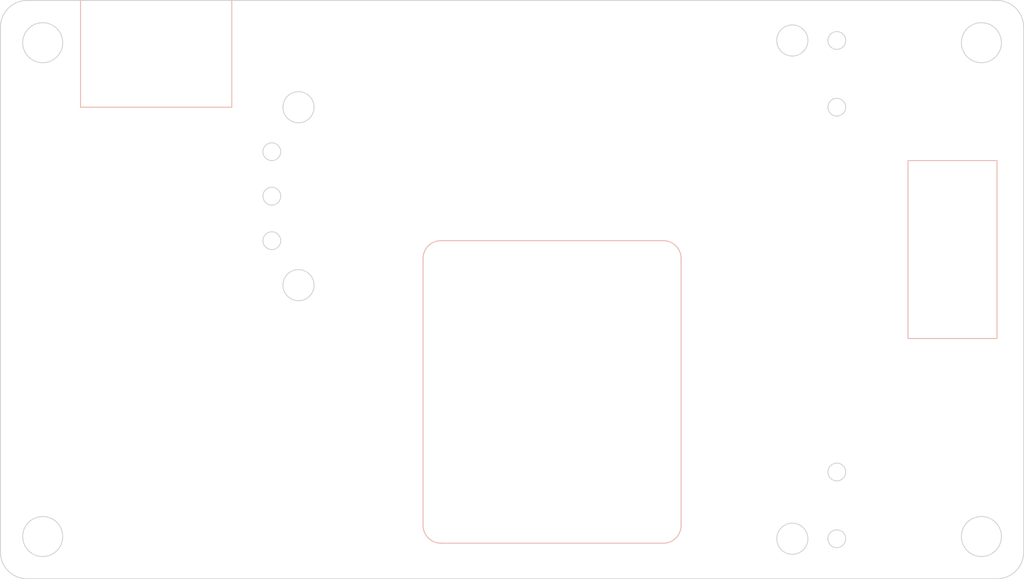
<source format=kicad_pcb>
(kicad_pcb (version 4) (host pcbnew 4.0.6-e0-6349~53~ubuntu16.04.1)

  (general
    (links 0)
    (no_connects 0)
    (area 92.449999 72.449999 207.550001 137.550001)
    (thickness 1.6)
    (drawings 38)
    (tracks 0)
    (zones 0)
    (modules 0)
    (nets 1)
  )

  (page A4)
  (title_block
    (title MiniCon)
    (date 2017-06-21)
    (rev 0)
    (company i-Solder)
  )

  (layers
    (0 F.Cu signal)
    (31 B.Cu signal)
    (32 B.Adhes user)
    (33 F.Adhes user)
    (34 B.Paste user)
    (35 F.Paste user)
    (36 B.SilkS user)
    (37 F.SilkS user)
    (38 B.Mask user)
    (39 F.Mask user)
    (40 Dwgs.User user)
    (41 Cmts.User user)
    (42 Eco1.User user)
    (43 Eco2.User user)
    (44 Edge.Cuts user)
    (45 Margin user)
    (46 B.CrtYd user)
    (47 F.CrtYd user)
    (48 B.Fab user)
    (49 F.Fab user)
  )

  (setup
    (last_trace_width 0.25)
    (trace_clearance 0.2)
    (zone_clearance 0.508)
    (zone_45_only no)
    (trace_min 0.2)
    (segment_width 0.15)
    (edge_width 0.15)
    (via_size 0.6)
    (via_drill 0.4)
    (via_min_size 0.4)
    (via_min_drill 0.3)
    (uvia_size 0.3)
    (uvia_drill 0.1)
    (uvias_allowed no)
    (uvia_min_size 0.2)
    (uvia_min_drill 0.1)
    (pcb_text_width 0.3)
    (pcb_text_size 1.5 1.5)
    (mod_edge_width 0.15)
    (mod_text_size 0.000001 0.000001)
    (mod_text_width 0.15)
    (pad_size 1.4 1.4)
    (pad_drill 0.6)
    (pad_to_mask_clearance 0.2)
    (aux_axis_origin 0 0)
    (visible_elements FFFFEF7F)
    (pcbplotparams
      (layerselection 0x00030_80000001)
      (usegerberextensions false)
      (excludeedgelayer true)
      (linewidth 0.100000)
      (plotframeref false)
      (viasonmask false)
      (mode 1)
      (useauxorigin false)
      (hpglpennumber 1)
      (hpglpenspeed 20)
      (hpglpendiameter 15)
      (hpglpenoverlay 2)
      (psnegative false)
      (psa4output false)
      (plotreference true)
      (plotvalue true)
      (plotinvisibletext false)
      (padsonsilk false)
      (subtractmaskfromsilk false)
      (outputformat 1)
      (mirror false)
      (drillshape 1)
      (scaleselection 1)
      (outputdirectory ""))
  )

  (net 0 "")

  (net_class Default "This is the default net class."
    (clearance 0.2)
    (trace_width 0.25)
    (via_dia 0.6)
    (via_drill 0.4)
    (uvia_dia 0.3)
    (uvia_drill 0.1)
  )

  (gr_line (start 142 133.5) (end 167 133.5) (layer B.SilkS) (width 0.1))
  (gr_circle (center 186.5 84.5) (end 187.5 84.5) (layer Edge.Cuts) (width 0.1))
  (gr_circle (center 186.5 125.5) (end 187.5 125.5) (layer Edge.Cuts) (width 0.1))
  (gr_circle (center 186.5 133) (end 187.5 133) (layer Edge.Cuts) (width 0.1))
  (gr_circle (center 186.5 77) (end 187.5 77) (layer Edge.Cuts) (width 0.1))
  (gr_circle (center 123 99.5) (end 124 99.5) (layer Edge.Cuts) (width 0.1))
  (gr_circle (center 123 89.5) (end 124 89.5) (layer Edge.Cuts) (width 0.1))
  (gr_circle (center 123 94.5) (end 124 94.5) (layer Edge.Cuts) (width 0.1))
  (gr_circle (center 202.75 132.75) (end 205 132.75) (layer Edge.Cuts) (width 0.1))
  (gr_circle (center 202.75 77.25) (end 205 77.25) (layer Edge.Cuts) (width 0.1))
  (gr_circle (center 97.25 132.75) (end 99.5 132.75) (layer Edge.Cuts) (width 0.1))
  (gr_circle (center 97.25 77.25) (end 99.5 77.25) (layer Edge.Cuts) (width 0.1))
  (gr_arc (start 95.5 134.5) (end 92.5 134.5) (angle -90) (layer Edge.Cuts) (width 0.1))
  (gr_line (start 92.5 75.5) (end 92.5 134.5) (layer Edge.Cuts) (width 0.1))
  (gr_arc (start 95.5 75.5) (end 95.5 72.5) (angle -90) (layer Edge.Cuts) (width 0.1))
  (gr_arc (start 142 131.5) (end 140 131.5) (angle -89.9) (layer B.SilkS) (width 0.1))
  (gr_line (start 140 101.5) (end 140 131.5) (layer B.SilkS) (width 0.1))
  (gr_arc (start 142 101.5) (end 142 99.5) (angle -89.9) (layer B.SilkS) (width 0.1))
  (gr_line (start 204.5 72.5) (end 95.5 72.5) (layer Edge.Cuts) (width 0.1))
  (gr_arc (start 204.5 75.5) (end 207.5 75.5) (angle -90) (layer Edge.Cuts) (width 0.1))
  (gr_line (start 207.5 134.5) (end 207.5 75.5) (layer Edge.Cuts) (width 0.1))
  (gr_arc (start 204.5 134.5) (end 204.5 137.5) (angle -90) (layer Edge.Cuts) (width 0.1))
  (gr_line (start 95.5 137.5) (end 204.5 137.5) (layer Edge.Cuts) (width 0.1))
  (gr_circle (center 126 104.5) (end 127.75 104.5) (layer Edge.Cuts) (width 0.1))
  (gr_circle (center 126 84.5) (end 127.75 84.5) (layer Edge.Cuts) (width 0.1))
  (gr_circle (center 181.5 133) (end 183.25 133) (layer Edge.Cuts) (width 0.1))
  (gr_circle (center 181.5 77) (end 183.25 77) (layer Edge.Cuts) (width 0.1))
  (gr_line (start 167 99.5) (end 142 99.5) (layer B.SilkS) (width 0.1))
  (gr_arc (start 167 101.5) (end 169 101.5) (angle -89.9) (layer B.SilkS) (width 0.1))
  (gr_line (start 169 131.5) (end 169 101.5) (layer B.SilkS) (width 0.1))
  (gr_arc (start 167 131.5) (end 167 133.5) (angle -89.9) (layer B.SilkS) (width 0.1))
  (gr_line (start 204.5 90.5) (end 194.5 90.5) (layer B.SilkS) (width 0.1))
  (gr_line (start 101.5 84.5) (end 101.5 72.5) (layer B.SilkS) (width 0.1))
  (gr_line (start 118.5 84.5) (end 101.5 84.5) (layer B.SilkS) (width 0.1))
  (gr_line (start 118.5 72.5) (end 118.5 84.5) (layer B.SilkS) (width 0.1))
  (gr_line (start 204.5 110.5) (end 204.5 90.5) (layer B.SilkS) (width 0.1))
  (gr_line (start 194.5 110.5) (end 204.5 110.5) (layer B.SilkS) (width 0.1))
  (gr_line (start 194.5 90.5) (end 194.5 110.5) (layer B.SilkS) (width 0.1))

)

</source>
